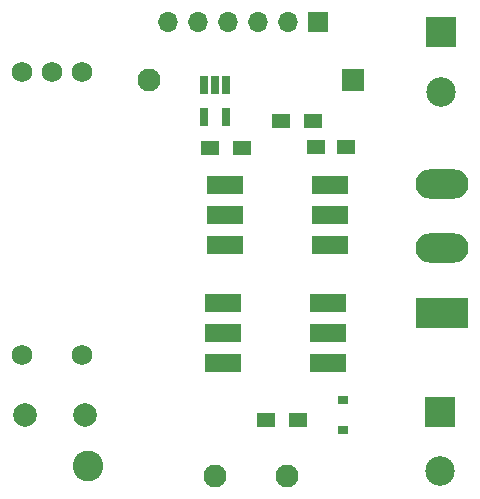
<source format=gbs>
G04 #@! TF.GenerationSoftware,KiCad,Pcbnew,5.1.7-a382d34a8~88~ubuntu18.04.1*
G04 #@! TF.CreationDate,2021-08-09T13:16:33+05:30*
G04 #@! TF.ProjectId,BackEnd_HeavyDevice_v3,4261636b-456e-4645-9f48-656176794465,rev?*
G04 #@! TF.SameCoordinates,Original*
G04 #@! TF.FileFunction,Soldermask,Bot*
G04 #@! TF.FilePolarity,Negative*
%FSLAX46Y46*%
G04 Gerber Fmt 4.6, Leading zero omitted, Abs format (unit mm)*
G04 Created by KiCad (PCBNEW 5.1.7-a382d34a8~88~ubuntu18.04.1) date 2021-08-09 13:16:33*
%MOMM*%
%LPD*%
G01*
G04 APERTURE LIST*
%ADD10C,2.600000*%
%ADD11R,0.900000X0.800000*%
%ADD12C,1.750000*%
%ADD13C,1.950000*%
%ADD14R,1.950000X1.950000*%
%ADD15R,1.500000X1.250000*%
%ADD16C,2.000000*%
%ADD17C,2.500000*%
%ADD18R,2.500000X2.500000*%
%ADD19O,4.500000X2.500000*%
%ADD20R,4.500000X2.500000*%
%ADD21R,1.500000X1.300000*%
%ADD22R,3.100000X1.600000*%
%ADD23R,0.650000X1.560000*%
%ADD24R,1.700000X1.700000*%
%ADD25O,1.700000X1.700000*%
G04 APERTURE END LIST*
D10*
X116500000Y-132400000D03*
D11*
X138136000Y-129344000D03*
X138136000Y-126804000D03*
D12*
X110934000Y-99019000D03*
X116014000Y-99019000D03*
X113474000Y-99019000D03*
X110934000Y-123019000D03*
X116014000Y-123019000D03*
D13*
X133383000Y-133195000D03*
X121699000Y-99667000D03*
X127287000Y-133195000D03*
D14*
X138971000Y-99667000D03*
D15*
X135884000Y-105357000D03*
X138384000Y-105357000D03*
D16*
X111201200Y-128089820D03*
X116281200Y-128099820D03*
D17*
X146375000Y-132831000D03*
D18*
X146375000Y-127831000D03*
X146459000Y-95676700D03*
D17*
X146459000Y-100676700D03*
D19*
X146515000Y-108500000D03*
X146515000Y-113950000D03*
D20*
X146515000Y-119400000D03*
D21*
X135611000Y-103152000D03*
X132911000Y-103152000D03*
X126909000Y-105474000D03*
X129609000Y-105474000D03*
X131646000Y-128468000D03*
X134346000Y-128468000D03*
D22*
X128156000Y-113629000D03*
X137046000Y-108549000D03*
X128156000Y-111089000D03*
X137046000Y-111089000D03*
X128156000Y-108549000D03*
X137046000Y-113629000D03*
D23*
X126357000Y-102824000D03*
X128257000Y-102824000D03*
X128257000Y-100124000D03*
X127307000Y-100124000D03*
X126357000Y-100124000D03*
D22*
X136835000Y-123670000D03*
X127945000Y-118590000D03*
X136835000Y-121130000D03*
X127945000Y-121130000D03*
X136835000Y-118590000D03*
X127945000Y-123670000D03*
D24*
X136011000Y-94800400D03*
D25*
X133471000Y-94800400D03*
X130931000Y-94800400D03*
X128391000Y-94800400D03*
X125851000Y-94800400D03*
X123311000Y-94800400D03*
M02*

</source>
